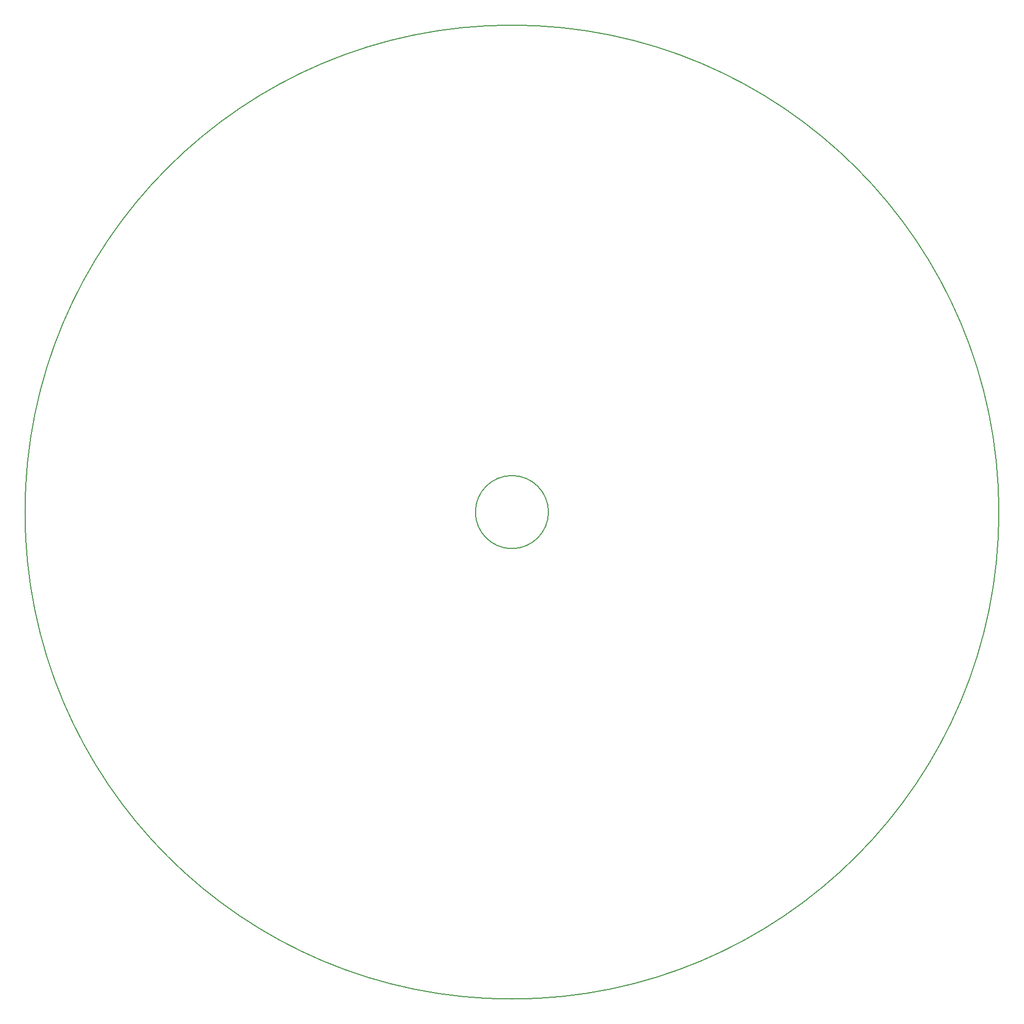
<source format=gbr>
%TF.GenerationSoftware,KiCad,Pcbnew,8.0.5*%
%TF.CreationDate,2024-10-09T23:57:25+02:00*%
%TF.ProjectId,LEDTischLampe,4c454454-6973-4636-984c-616d70652e6b,rev?*%
%TF.SameCoordinates,Original*%
%TF.FileFunction,Profile,NP*%
%FSLAX46Y46*%
G04 Gerber Fmt 4.6, Leading zero omitted, Abs format (unit mm)*
G04 Created by KiCad (PCBNEW 8.0.5) date 2024-10-09 23:57:25*
%MOMM*%
%LPD*%
G01*
G04 APERTURE LIST*
%TA.AperFunction,Profile*%
%ADD10C,0.200000*%
%TD*%
G04 APERTURE END LIST*
D10*
X214620000Y-93980000D02*
G75*
G02*
X54620000Y-93980000I-80000000J0D01*
G01*
X54620000Y-93980000D02*
G75*
G02*
X214620000Y-93980000I80000000J0D01*
G01*
X140620000Y-93980000D02*
G75*
G02*
X128620000Y-93980000I-6000000J0D01*
G01*
X128620000Y-93980000D02*
G75*
G02*
X140620000Y-93980000I6000000J0D01*
G01*
M02*

</source>
